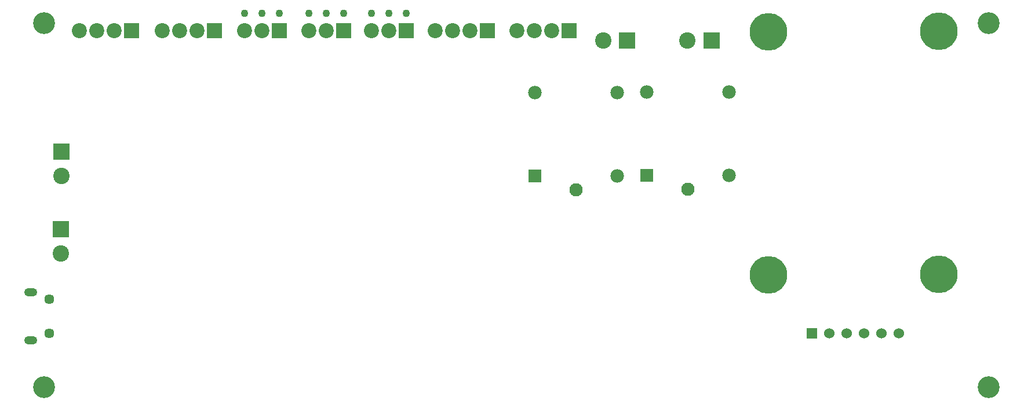
<source format=gbr>
G04 #@! TF.GenerationSoftware,KiCad,Pcbnew,(6.0.7-1)-1*
G04 #@! TF.CreationDate,2022-11-14T13:05:59+03:00*
G04 #@! TF.ProjectId,mkulima_hardware,6d6b756c-696d-4615-9f68-617264776172,rev?*
G04 #@! TF.SameCoordinates,Original*
G04 #@! TF.FileFunction,Soldermask,Bot*
G04 #@! TF.FilePolarity,Negative*
%FSLAX46Y46*%
G04 Gerber Fmt 4.6, Leading zero omitted, Abs format (unit mm)*
G04 Created by KiCad (PCBNEW (6.0.7-1)-1) date 2022-11-14 13:05:59*
%MOMM*%
%LPD*%
G01*
G04 APERTURE LIST*
%ADD10C,5.500000*%
%ADD11R,1.524000X1.524000*%
%ADD12C,1.524000*%
%ADD13R,2.200000X2.200000*%
%ADD14C,2.200000*%
%ADD15O,1.900000X1.200000*%
%ADD16C,1.450000*%
%ADD17C,1.100000*%
%ADD18R,1.980000X1.980000*%
%ADD19C,1.980000*%
%ADD20C,1.935000*%
%ADD21R,2.400000X2.400000*%
%ADD22C,2.400000*%
%ADD23C,3.200000*%
G04 APERTURE END LIST*
D10*
X182310000Y-71460000D03*
X207200000Y-71400000D03*
X182310000Y-107060000D03*
X207200000Y-107000000D03*
D11*
X188650000Y-115600000D03*
D12*
X191190000Y-115600000D03*
X193730000Y-115600000D03*
X196270000Y-115600000D03*
X198810000Y-115600000D03*
X201350000Y-115600000D03*
D13*
X153215000Y-71350000D03*
D14*
X150675000Y-71350000D03*
X148135000Y-71350000D03*
X145595000Y-71350000D03*
D15*
X74562500Y-116600000D03*
X74562500Y-109600000D03*
D16*
X77262500Y-110600000D03*
X77262500Y-115600000D03*
D17*
X129410000Y-68810000D03*
X124330000Y-68810000D03*
X126870000Y-68810000D03*
D13*
X129410000Y-71350000D03*
D14*
X126870000Y-71350000D03*
X124330000Y-71350000D03*
D18*
X148180000Y-92570000D03*
D19*
X160180000Y-92570000D03*
D20*
X154180000Y-94570000D03*
D19*
X148180000Y-80370000D03*
X160180000Y-80370000D03*
D13*
X141230000Y-71350000D03*
D14*
X138690000Y-71350000D03*
X136150000Y-71350000D03*
X133610000Y-71350000D03*
D21*
X79050000Y-89050000D03*
D22*
X79050000Y-92550000D03*
D21*
X174000000Y-72750000D03*
D22*
X170500000Y-72750000D03*
D23*
X214500000Y-70250000D03*
X214500000Y-123500000D03*
D21*
X161650000Y-72750000D03*
D22*
X158150000Y-72750000D03*
D17*
X120220000Y-68800000D03*
X117680000Y-68800000D03*
X115140000Y-68800000D03*
D13*
X120220000Y-71340000D03*
D14*
X117680000Y-71340000D03*
X115140000Y-71340000D03*
D13*
X89240000Y-71350000D03*
D14*
X86700000Y-71350000D03*
X84160000Y-71350000D03*
X81620000Y-71350000D03*
D13*
X101415000Y-71350000D03*
D14*
X98875000Y-71350000D03*
X96335000Y-71350000D03*
X93795000Y-71350000D03*
D21*
X78950000Y-100375000D03*
D22*
X78950000Y-103875000D03*
D17*
X105810000Y-68810000D03*
X110890000Y-68810000D03*
X108350000Y-68810000D03*
D13*
X110890000Y-71350000D03*
D14*
X108350000Y-71350000D03*
X105810000Y-71350000D03*
D23*
X76500000Y-123500000D03*
D18*
X164550000Y-92520000D03*
D19*
X176550000Y-92520000D03*
D20*
X170550000Y-94520000D03*
D19*
X164550000Y-80320000D03*
X176550000Y-80320000D03*
D23*
X76500000Y-70250000D03*
M02*

</source>
